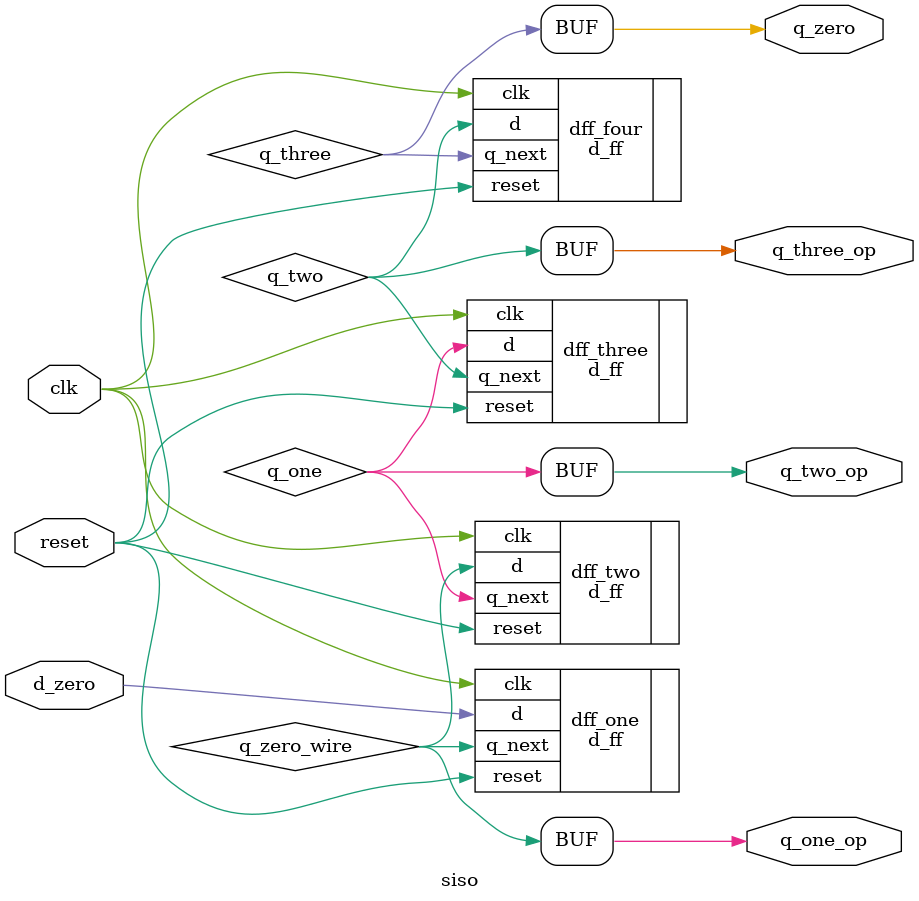
<source format=v>
`timescale 1ns / 1ps


module siso(d_zero, clk, q_zero, q_one_op, q_two_op, q_three_op, reset);
    input d_zero, clk, reset;
    output wire q_zero, q_one_op, q_two_op, q_three_op;
    
    // x_three would be the last as i'm starting values from `x_zero`.
    wire q_zero_wire, q_one, q_two, q_three;
         
    // yet the flip-flops index's start from one :moyai:.
    d_ff dff_one(
        .d(d_zero),
        .q_next(q_zero_wire),
        .clk(clk),
        .reset(reset)
    );
    
    d_ff dff_two(
        .d(q_zero_wire),
        .q_next(q_one),        
        .clk(clk),
        .reset(reset)
    );
        
    d_ff dff_three(
        .d(q_one),
        .q_next(q_two),
        .clk(clk),
        .reset(reset)
    );
        
    d_ff dff_four(
        .d(q_two),
        .q_next(q_three),
        .clk(clk),
        .reset(reset)
    );
    
    assign q_one_op = q_zero_wire;
    assign q_two_op = q_one;
    assign q_three_op = q_two;
    assign q_zero = q_three;
endmodule

</source>
